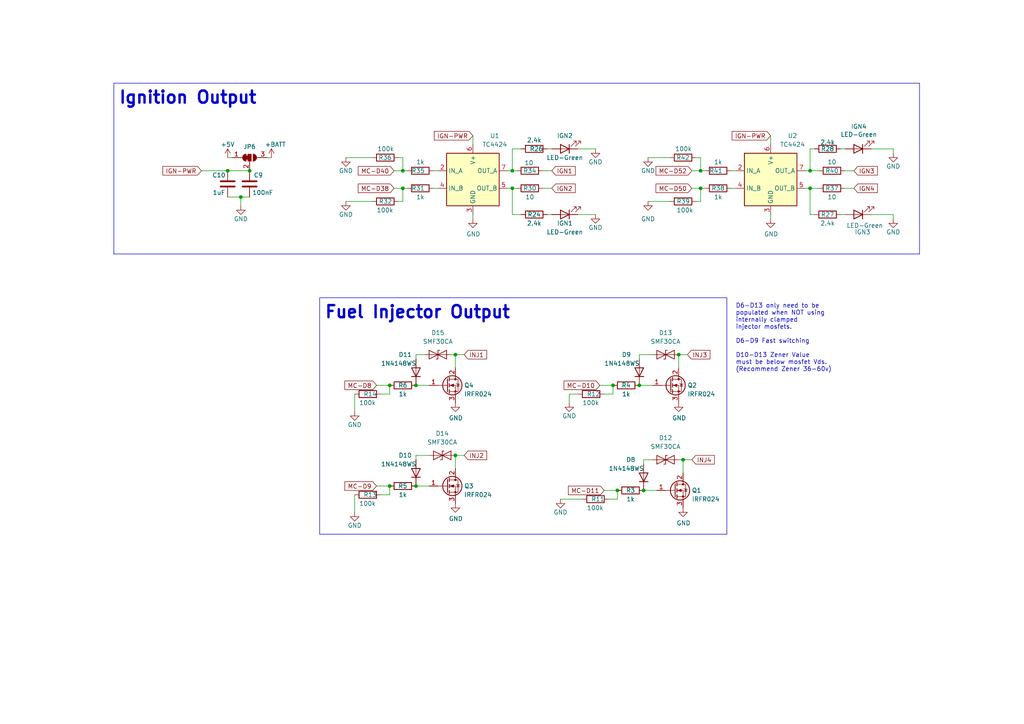
<source format=kicad_sch>
(kicad_sch (version 20231120) (generator "eeschema") (generator_version "8.0")
  (paper "A4")
  (title_block (title "Pre-Ignition X4") (date "2023-10-24") (rev "C") (company "DetonationEMS") (comment 1 "detonationems.com"))
  (lib_symbols
    (symbol "Detonation:SMAJ30CA" (pin_numbers hide) (pin_names (offset 1.016) hide)
      (property "Reference" "D19" (at 0 6.35 0))
      (property "Value" "SMF30CA" (at 0 3.81 0))
      (symbol "SMAJ30CA_0_1"
        (polyline (pts (xy 1.27 0) (xy -1.27 0)))
        (polyline (pts (xy -2.54 -1.27) (xy 0 0) (xy -2.54 1.27) (xy -2.54 -1.27)) (stroke (width 0.2032)))
        (polyline (pts (xy 0.508 1.27) (xy 0 1.27) (xy 0 -1.27) (xy -0.508 -1.27)) (stroke (width 0.2032)))
        (polyline (pts (xy 2.54 1.27) (xy 2.54 -1.27) (xy 0 0) (xy 2.54 1.27)) (stroke (width 0.2032)))
      )
      (symbol "SMAJ30CA_1_1"
        (pin passive line (at -3.81 0 0) (length 2.54) (name "A1") (number "1"))
        (pin passive line (at 3.81 0 180) (length 2.54) (name "A2") (number "2"))
      )
    )
    (symbol "Device:C" (pin_numbers hide) (pin_names (offset 0.254))
      (property "Reference" "C" (at 0.635 2.54 0))
      (property "Value" "C" (at 0.635 -2.54 0))
      (symbol "C_0_1"
        (polyline (pts (xy -2.032 -0.762) (xy 2.032 -0.762)) (stroke (width 0.508)))
        (polyline (pts (xy -2.032 0.762) (xy 2.032 0.762)) (stroke (width 0.508)))
      )
      (symbol "C_1_1"
        (pin passive line (at 0 3.81 270) (length 2.794) (name "~") (number "1"))
        (pin passive line (at 0 -3.81 90) (length 2.794) (name "~") (number "2"))
      )
    )
    (symbol "Device:LED" (pin_numbers hide) (pin_names (offset 1.016) hide)
      (property "Reference" "D" (at 0 2.54 0))
      (property "Value" "LED" (at 0 -2.54 0))
      (symbol "LED_0_1"
        (polyline (pts (xy -1.27 -1.27) (xy -1.27 1.27)) (stroke (width 0.254)))
        (polyline (pts (xy -1.27 0) (xy 1.27 0)))
        (polyline (pts (xy 1.27 -1.27) (xy 1.27 1.27) (xy -1.27 0) (xy 1.27 -1.27)) (stroke (width 0.254)))
        (polyline (pts (xy -3.048 -0.762) (xy -4.572 -2.286) (xy -3.81 -2.286) (xy -4.572 -2.286) (xy -4.572 -1.524)))
        (polyline (pts (xy -1.778 -0.762) (xy -3.302 -2.286) (xy -2.54 -2.286) (xy -3.302 -2.286) (xy -3.302 -1.524)))
      )
      (symbol "LED_1_1"
        (pin passive line (at -3.81 0 0) (length 2.54) (name "K") (number "1"))
        (pin passive line (at 3.81 0 180) (length 2.54) (name "A") (number "2"))
      )
    )
    (symbol "Device:R" (pin_numbers hide) (pin_names (offset 0))
      (property "Reference" "R" (at 2.032 0 90))
      (property "Value" "R" (at 0 0 90))
      (symbol "R_0_1"
        (rectangle (start -1.016 -2.54) (end 1.016 2.54) (stroke (width 0.254)))
      )
      (symbol "R_1_1"
        (pin passive line (at 0 3.81 270) (length 1.27) (name "~") (number "1"))
        (pin passive line (at 0 -3.81 90) (length 1.27) (name "~") (number "2"))
      )
    )
    (symbol "Diode:1N4148W" (pin_numbers hide) (pin_names (offset 1.016) hide)
      (property "Reference" "D" (at 0 2.54 0))
      (property "Value" "1N4148W" (at 0 -2.54 0))
      (symbol "1N4148W_0_1"
        (polyline (pts (xy -1.27 1.27) (xy -1.27 -1.27)) (stroke (width 0.254)))
        (polyline (pts (xy 1.27 0) (xy -1.27 0)))
        (polyline (pts (xy 1.27 1.27) (xy 1.27 -1.27) (xy -1.27 0) (xy 1.27 1.27)) (stroke (width 0.254)))
      )
      (symbol "1N4148W_1_1"
        (pin passive line (at -3.81 0 0) (length 2.54) (name "K") (number "1"))
        (pin passive line (at 3.81 0 180) (length 2.54) (name "A") (number "2"))
      )
    )
    (symbol "Driver_FET:MIC4427"
      (property "Reference" "U" (at -7.62 8.89 0))
      (property "Value" "MIC4427" (at 1.27 8.89 0))
      (symbol "MIC4427_0_1"
        (rectangle (start -7.62 -7.62) (end 7.62 7.62) (stroke (width 0.254)) (fill (type background)))
      )
      (symbol "MIC4427_1_1"
        (pin no_connect line (at -7.62 0 0) (length 2.54) hide (name "NC") (number "1"))
        (pin input line (at -10.16 2.54 0) (length 2.54) (name "IN_A") (number "2"))
        (pin power_in line (at 0 -10.16 90) (length 2.54) (name "GND") (number "3"))
        (pin input line (at -10.16 -2.54 0) (length 2.54) (name "IN_B") (number "4"))
        (pin output line (at 10.16 -2.54 180) (length 2.54) (name "OUT_B") (number "5"))
        (pin power_in line (at 0 10.16 270) (length 2.54) (name "V+") (number "6"))
        (pin output line (at 10.16 2.54 180) (length 2.54) (name "OUT_A") (number "7"))
        (pin no_connect line (at 7.62 0 180) (length 2.54) hide (name "NC") (number "8"))
      )
    )
    (symbol "Jumper:SolderJumper_3_Bridged12" (pin_names (offset 0) hide)
      (property "Reference" "JP" (at -2.54 -2.54 0))
      (property "Value" "SolderJumper_3_Bridged12" (at 0 2.794 0))
      (symbol "SolderJumper_3_Bridged12_0_1"
        (rectangle (start -1.016 0.508) (end -0.508 -0.508) (fill (type outline)))
        (arc (start -1.016 1.016) (mid -2.0276 0) (end -1.016 -1.016))
        (arc (start -1.016 1.016) (mid -2.0276 0) (end -1.016 -1.016) (fill (type outline)))
        (rectangle (start -0.508 1.016) (end 0.508 -1.016) (fill (type outline)))
        (polyline (pts (xy -2.54 0) (xy -2.032 0)))
        (polyline (pts (xy -1.016 1.016) (xy -1.016 -1.016)))
        (polyline (pts (xy 0 -1.27) (xy 0 -1.016)))
        (polyline (pts (xy 1.016 1.016) (xy 1.016 -1.016)))
        (polyline (pts (xy 2.54 0) (xy 2.032 0)))
        (arc (start 1.016 -1.016) (mid 2.0276 0) (end 1.016 1.016))
        (arc (start 1.016 -1.016) (mid 2.0276 0) (end 1.016 1.016) (fill (type outline)))
      )
      (symbol "SolderJumper_3_Bridged12_1_1"
        (pin passive line (at -5.08 0 0) (length 2.54) (name "A") (number "1"))
        (pin passive line (at 0 -3.81 90) (length 2.54) (name "C") (number "2"))
        (pin passive line (at 5.08 0 180) (length 2.54) (name "B") (number "3"))
      )
    )
    (symbol "Transistor_FET:IRF540N" (pin_names hide)
      (property "Reference" "Q" (at 6.35 1.905 0))
      (property "Value" "IRF540N" (at 6.35 0 0))
      (symbol "IRF540N_0_1"
        (polyline (pts (xy 0.254 0) (xy -2.54 0)))
        (polyline (pts (xy 0.254 1.905) (xy 0.254 -1.905)) (stroke (width 0.254)))
        (polyline (pts (xy 0.762 -1.27) (xy 0.762 -2.286)) (stroke (width 0.254)))
        (polyline (pts (xy 0.762 0.508) (xy 0.762 -0.508)) (stroke (width 0.254)))
        (polyline (pts (xy 0.762 2.286) (xy 0.762 1.27)) (stroke (width 0.254)))
        (polyline (pts (xy 2.54 2.54) (xy 2.54 1.778)))
        (polyline (pts (xy 2.54 -2.54) (xy 2.54 0) (xy 0.762 0)))
        (polyline (pts (xy 0.762 -1.778) (xy 3.302 -1.778) (xy 3.302 1.778) (xy 0.762 1.778)))
        (polyline (pts (xy 1.016 0) (xy 2.032 0.381) (xy 2.032 -0.381) (xy 1.016 0)) (fill (type outline)))
        (polyline (pts (xy 2.794 0.508) (xy 2.921 0.381) (xy 3.683 0.381) (xy 3.81 0.254)))
        (polyline (pts (xy 3.302 0.381) (xy 2.921 -0.254) (xy 3.683 -0.254) (xy 3.302 0.381)))
        (circle (center 1.651 0) (radius 2.794) (stroke (width 0.254)))
        (circle (center 2.54 -1.778) (radius 0.254) (fill (type outline)))
        (circle (center 2.54 1.778) (radius 0.254) (fill (type outline)))
      )
      (symbol "IRF540N_1_1"
        (pin input line (at -5.08 0 0) (length 2.54) (name "G") (number "1"))
        (pin passive line (at 2.54 5.08 270) (length 2.54) (name "D") (number "2"))
        (pin passive line (at 2.54 -5.08 90) (length 2.54) (name "S") (number "3"))
      )
    )
    (symbol "power:+5V" (power) (pin_names (offset 0))
      (property "Value" "+5V" (at 0 3.556 0))
      (symbol "+5V_0_1"
        (polyline (pts (xy -0.762 1.27) (xy 0 2.54)))
        (polyline (pts (xy 0 0) (xy 0 2.54)))
        (polyline (pts (xy 0 2.54) (xy 0.762 1.27)))
      )
      (symbol "+5V_1_1"
        (pin power_in line (at 0 0 90) (length 0) hide (name "+5V") (number "1"))
      )
    )
    (symbol "power:+BATT" (power) (pin_names (offset 0))
      (property "Value" "+BATT" (at 0 3.556 0))
      (symbol "+BATT_0_1"
        (polyline (pts (xy -0.762 1.27) (xy 0 2.54)))
        (polyline (pts (xy 0 0) (xy 0 2.54)))
        (polyline (pts (xy 0 2.54) (xy 0.762 1.27)))
      )
      (symbol "+BATT_1_1"
        (pin power_in line (at 0 0 90) (length 0) hide (name "+BATT") (number "1"))
      )
    )
    (symbol "power:GND" (power) (pin_names (offset 0))
      (property "Value" "GND" (at 0 -3.81 0))
      (symbol "GND_0_1"
        (polyline (pts (xy 0 0) (xy 0 -1.27) (xy 1.27 -1.27) (xy 0 -2.54) (xy -1.27 -1.27) (xy 0 -1.27)))
      )
      (symbol "GND_1_1"
        (pin power_in line (at 0 0 270) (length 0) hide (name "GND") (number "1"))
      )
    )
  )
  (junction (at 72.39 49.53))
  (junction (at 148.59 49.53))
  (junction (at 148.59 54.61))
  (junction (at 198.12 133.35))
  (junction (at 203.2 49.53))
  (junction (at 120.65 111.76))
  (junction (at 185.42 111.76))
  (junction (at 120.65 140.97))
  (junction (at 177.8 111.76))
  (junction (at 179.07 142.24))
  (junction (at 116.84 54.61))
  (junction (at 186.69 142.24))
  (junction (at 113.03 111.76))
  (junction (at 234.95 54.61))
  (junction (at 66.04 49.53))
  (junction (at 132.08 132.08))
  (junction (at 196.85 102.87))
  (junction (at 203.2 54.61))
  (junction (at 69.85 57.15))
  (junction (at 116.84 49.53))
  (junction (at 234.95 49.53))
  (junction (at 113.03 140.97))
  (junction (at 132.08 102.87))
  (wire (pts (xy 189.23 102.87) (xy 185.42 102.87)))
  (polyline (pts (xy 210.82 154.94) (xy 92.71 154.94)))
  (wire (pts (xy 114.3 54.61) (xy 116.84 54.61)))
  (wire (pts (xy 175.26 142.24) (xy 179.07 142.24)))
  (wire (pts (xy 66.04 49.53) (xy 72.39 49.53)))
  (wire (pts (xy 113.03 143.51) (xy 113.03 140.97)))
  (wire (pts (xy 200.66 54.61) (xy 203.2 54.61)))
  (wire (pts (xy 234.95 62.23) (xy 234.95 54.61)))
  (wire (pts (xy 148.59 49.53) (xy 149.86 49.53)))
  (wire (pts (xy 234.95 49.53) (xy 237.49 49.53)))
  (wire (pts (xy 200.66 133.35) (xy 198.12 133.35)))
  (wire (pts (xy 113.03 114.3) (xy 113.03 111.76)))
  (wire (pts (xy 148.59 54.61) (xy 148.59 62.23)))
  (wire (pts (xy 213.36 54.61) (xy 212.09 54.61)))
  (polyline (pts (xy 92.71 86.36) (xy 210.82 86.36)))
  (wire (pts (xy 165.1 116.84) (xy 165.1 114.3)))
  (wire (pts (xy 203.2 58.42) (xy 201.93 58.42)))
  (wire (pts (xy 259.08 63.5) (xy 259.08 62.23)))
  (polyline (pts (xy 210.82 86.36) (xy 210.82 154.94)))
  (wire (pts (xy 179.07 144.78) (xy 179.07 142.24)))
  (wire (pts (xy 203.2 54.61) (xy 203.2 58.42)))
  (wire (pts (xy 124.46 132.08) (xy 120.65 132.08)))
  (wire (pts (xy 110.49 143.51) (xy 113.03 143.51)))
  (wire (pts (xy 69.85 57.15) (xy 72.39 57.15)))
  (wire (pts (xy 176.53 144.78) (xy 179.07 144.78)))
  (wire (pts (xy 189.23 133.35) (xy 186.69 133.35)))
  (wire (pts (xy 185.42 102.87) (xy 185.42 104.14)))
  (wire (pts (xy 110.49 114.3) (xy 113.03 114.3)))
  (wire (pts (xy 177.8 114.3) (xy 177.8 111.76)))
  (wire (pts (xy 100.33 45.72) (xy 107.95 45.72)))
  (wire (pts (xy 120.65 102.87) (xy 123.19 102.87)))
  (wire (pts (xy 196.85 133.35) (xy 198.12 133.35)))
  (wire (pts (xy 203.2 49.53) (xy 204.47 49.53)))
  (wire (pts (xy 137.16 62.23) (xy 137.16 63.5)))
  (wire (pts (xy 109.22 111.76) (xy 113.03 111.76)))
  (wire (pts (xy 120.65 102.87) (xy 120.65 104.14)))
  (wire (pts (xy 132.08 132.08) (xy 132.08 135.89)))
  (wire (pts (xy 116.84 45.72) (xy 115.57 45.72)))
  (wire (pts (xy 116.84 45.72) (xy 116.84 49.53)))
  (wire (pts (xy 102.87 148.59) (xy 102.87 143.51)))
  (wire (pts (xy 245.11 49.53) (xy 247.65 49.53)))
  (wire (pts (xy 120.65 111.76) (xy 124.46 111.76)))
  (wire (pts (xy 127 54.61) (xy 125.73 54.61)))
  (wire (pts (xy 236.22 43.18) (xy 234.95 43.18)))
  (wire (pts (xy 157.48 49.53) (xy 160.02 49.53)))
  (wire (pts (xy 212.09 49.53) (xy 213.36 49.53)))
  (wire (pts (xy 198.12 133.35) (xy 198.12 137.16)))
  (wire (pts (xy 187.96 58.42) (xy 194.31 58.42)))
  (wire (pts (xy 116.84 54.61) (xy 118.11 54.61)))
  (wire (pts (xy 233.68 49.53) (xy 234.95 49.53)))
  (polyline (pts (xy 33.02 24.13) (xy 266.7 24.13)))
  (wire (pts (xy 130.81 102.87) (xy 132.08 102.87)))
  (wire (pts (xy 160.02 43.18) (xy 158.75 43.18)))
  (wire (pts (xy 233.68 54.61) (xy 234.95 54.61)))
  (wire (pts (xy 116.84 54.61) (xy 116.84 58.42)))
  (wire (pts (xy 78.74 45.72) (xy 77.47 45.72)))
  (wire (pts (xy 114.3 49.53) (xy 116.84 49.53)))
  (wire (pts (xy 167.64 43.18) (xy 172.72 43.18)))
  (wire (pts (xy 66.04 45.72) (xy 67.31 45.72)))
  (wire (pts (xy 167.64 62.23) (xy 172.72 62.23)))
  (wire (pts (xy 125.73 49.53) (xy 127 49.53)))
  (wire (pts (xy 120.65 132.08) (xy 120.65 133.35)))
  (wire (pts (xy 157.48 54.61) (xy 160.02 54.61)))
  (wire (pts (xy 134.62 102.87) (xy 132.08 102.87)))
  (wire (pts (xy 259.08 44.45) (xy 259.08 43.18)))
  (wire (pts (xy 186.69 142.24) (xy 190.5 142.24)))
  (wire (pts (xy 203.2 45.72) (xy 201.93 45.72)))
  (wire (pts (xy 147.32 49.53) (xy 148.59 49.53)))
  (wire (pts (xy 151.13 43.18) (xy 148.59 43.18)))
  (polyline (pts (xy 266.7 24.13) (xy 266.7 73.66)))
  (wire (pts (xy 132.08 102.87) (xy 132.08 106.68)))
  (wire (pts (xy 234.95 54.61) (xy 237.49 54.61)))
  (wire (pts (xy 199.39 102.87) (xy 196.85 102.87)))
  (wire (pts (xy 162.56 144.78) (xy 168.91 144.78)))
  (polyline (pts (xy 266.7 73.66) (xy 33.02 73.66)))
  (wire (pts (xy 203.2 54.61) (xy 204.47 54.61)))
  (wire (pts (xy 69.85 57.15) (xy 66.04 57.15)))
  (wire (pts (xy 234.95 43.18) (xy 234.95 49.53)))
  (wire (pts (xy 223.52 39.37) (xy 223.52 41.91)))
  (wire (pts (xy 58.42 49.53) (xy 66.04 49.53)))
  (wire (pts (xy 252.73 62.23) (xy 259.08 62.23)))
  (wire (pts (xy 245.11 62.23) (xy 243.84 62.23)))
  (wire (pts (xy 203.2 45.72) (xy 203.2 49.53)))
  (wire (pts (xy 223.52 62.23) (xy 223.52 63.5)))
  (wire (pts (xy 245.11 43.18) (xy 243.84 43.18)))
  (wire (pts (xy 120.65 140.97) (xy 124.46 140.97)))
  (wire (pts (xy 116.84 49.53) (xy 118.11 49.53)))
  (wire (pts (xy 69.85 59.69) (xy 69.85 57.15)))
  (wire (pts (xy 151.13 62.23) (xy 148.59 62.23)))
  (wire (pts (xy 160.02 62.23) (xy 158.75 62.23)))
  (wire (pts (xy 137.16 39.37) (xy 137.16 41.91)))
  (wire (pts (xy 100.33 58.42) (xy 107.95 58.42)))
  (wire (pts (xy 186.69 133.35) (xy 186.69 134.62)))
  (wire (pts (xy 236.22 62.23) (xy 234.95 62.23)))
  (wire (pts (xy 148.59 54.61) (xy 149.86 54.61)))
  (wire (pts (xy 185.42 111.76) (xy 189.23 111.76)))
  (wire (pts (xy 175.26 114.3) (xy 177.8 114.3)))
  (wire (pts (xy 245.11 54.61) (xy 247.65 54.61)))
  (polyline (pts (xy 92.71 154.94) (xy 92.71 86.36)))
  (wire (pts (xy 102.87 119.38) (xy 102.87 114.3)))
  (wire (pts (xy 187.96 45.72) (xy 194.31 45.72)))
  (wire (pts (xy 147.32 54.61) (xy 148.59 54.61)))
  (wire (pts (xy 109.22 140.97) (xy 113.03 140.97)))
  (wire (pts (xy 165.1 114.3) (xy 167.64 114.3)))
  (polyline (pts (xy 33.02 73.66) (xy 33.02 24.13)))
  (wire (pts (xy 134.62 132.08) (xy 132.08 132.08)))
  (wire (pts (xy 252.73 43.18) (xy 259.08 43.18)))
  (wire (pts (xy 148.59 43.18) (xy 148.59 49.53)))
  (wire (pts (xy 196.85 102.87) (xy 196.85 106.68)))
  (wire (pts (xy 200.66 49.53) (xy 203.2 49.53)))
  (wire (pts (xy 116.84 58.42) (xy 115.57 58.42)))
  (wire (pts (xy 173.99 111.76) (xy 177.8 111.76)))
  (text "Fuel Injector Output" (at 93.98 92.71 0) (effects (font (size 3.5 3.5) (thickness 0.7) (bold yes)) (justify left bottom)))
  (text "D6-D13 only need to be\npopulated when NOT using \ninternally clamped \ninjector mosfets.\n\nD6-D9 Fast switching\n\nD10-D13 Zener Value\nmust be below mosfet Vds.\n(Recommend Zener 36-60v)" (at 213.36 107.95 0) (effects (font (size 1.27 1.27)) (justify left bottom)))
  (text "Ignition Output" (at 34.29 30.48 0) (effects (font (size 3.5 3.5) (thickness 0.7) (bold yes)) (justify left bottom)))
  (global_label "INJ1" (shape input) (at 134.62 102.87 0) (property "Intersheetrefs" "${INTERSHEET_REFS}" (effects (hide yes))))
  (global_label "MC-D52" (shape input) (at 200.66 49.53 180) (property "Intersheetrefs" "${INTERSHEET_REFS}" (effects (hide yes))))
  (global_label "IGN4" (shape input) (at 247.65 54.61 0) (property "Intersheetrefs" "${INTERSHEET_REFS}" (effects (hide yes))))
  (global_label "MC-D50" (shape input) (at 200.66 54.61 180) (property "Intersheetrefs" "${INTERSHEET_REFS}" (effects (hide yes))))
  (global_label "IGN2" (shape input) (at 160.02 54.61 0) (property "Intersheetrefs" "${INTERSHEET_REFS}" (effects (hide yes))))
  (global_label "MC-D10" (shape input) (at 173.99 111.76 180) (property "Intersheetrefs" "${INTERSHEET_REFS}" (effects (hide yes))))
  (global_label "INJ2" (shape input) (at 134.62 132.08 0) (property "Intersheetrefs" "${INTERSHEET_REFS}" (effects (hide yes))))
  (global_label "MC-D40" (shape input) (at 114.3 49.53 180) (property "Intersheetrefs" "${INTERSHEET_REFS}" (effects (hide yes))))
  (global_label "IGN3" (shape input) (at 247.65 49.53 0) (property "Intersheetrefs" "${INTERSHEET_REFS}" (effects (hide yes))))
  (global_label "INJ4" (shape input) (at 200.66 133.35 0) (property "Intersheetrefs" "${INTERSHEET_REFS}" (effects (hide yes))))
  (global_label "IGN-PWR" (shape input) (at 223.52 39.37 180) (property "Intersheetrefs" "${INTERSHEET_REFS}" (effects (hide yes))))
  (global_label "IGN1" (shape input) (at 160.02 49.53 0) (property "Intersheetrefs" "${INTERSHEET_REFS}" (effects (hide yes))))
  (global_label "IGN-PWR" (shape input) (at 58.42 49.53 180) (property "Intersheetrefs" "${INTERSHEET_REFS}" (effects (hide yes))))
  (global_label "INJ3" (shape input) (at 199.39 102.87 0) (property "Intersheetrefs" "${INTERSHEET_REFS}" (effects (hide yes))))
  (global_label "MC-D9" (shape input) (at 109.22 140.97 180) (property "Intersheetrefs" "${INTERSHEET_REFS}" (effects (hide yes))))
  (global_label "IGN-PWR" (shape input) (at 137.16 39.37 180) (property "Intersheetrefs" "${INTERSHEET_REFS}" (effects (hide yes))))
  (global_label "MC-D8" (shape input) (at 109.22 111.76 180) (property "Intersheetrefs" "${INTERSHEET_REFS}" (effects (hide yes))))
  (global_label "MC-D38" (shape input) (at 114.3 54.61 180) (property "Intersheetrefs" "${INTERSHEET_REFS}" (effects (hide yes))))
  (global_label "MC-D11" (shape input) (at 175.26 142.24 180) (property "Intersheetrefs" "${INTERSHEET_REFS}" (effects (hide yes))))
  (symbol (lib_id "Device:C") (at 66.04 53.34 0) (mirror y) (unit 1)
    (property "Reference" "C10" (at 63.5 50.8 0))
    (property "Value" "1uF" (at 63.5 55.88 0))
    (property "Footprint" "Capacitor_SMD:C_0603_1608Metric" (effects (hide yes)))
    (property "JLC" "C15849" (effects (hide yes)))
    (property "LCSC" "C15849" (effects (hide yes)))
  )
  (symbol (lib_id "Device:C") (at 72.39 53.34 0) (mirror y) (unit 1)
    (property "Reference" "C9" (at 74.93 50.8 0))
    (property "Value" "100nF" (at 76.2 55.88 0))
    (property "Footprint" "Capacitor_SMD:C_0603_1608Metric" (effects (hide yes)))
    (property "JLC" "C14663" (effects (hide yes)))
    (property "LCSC" "C14663" (effects (hide yes)))
  )
  (symbol (lib_id "power:GND") (at 69.85 59.69 0) (mirror y) (unit 1)
    (property "Reference" "#PWR06" (effects (hide yes)))
    (property "Value" "GND" (at 69.85 63.5 0))
  )
  (symbol (lib_id "Driver_FET:MIC4427") (at 137.16 52.07 0) (unit 1)
    (property "Reference" "U1" (at 143.51 39.37 0))
    (property "Value" "TC4424" (at 143.51 41.91 0))
    (property "Footprint" "Package_SO:SOIC-8_3.9x4.9mm_P1.27mm" (effects (hide yes)))
    (property "Datasheet" "http://ww1.microchip.com/downloads/en/DeviceDoc/mic4426.pdf" (effects (hide yes)))
    (property "LCSC" "C2685358" (effects (hide yes)))
  )
  (symbol (lib_id "power:GND") (at 137.16 63.5 0) (unit 1)
    (property "Reference" "#PWR07" (effects (hide yes)))
    (property "Value" "GND" (at 137.287 67.8942 0))
  )
  (symbol (lib_id "Device:R") (at 121.92 49.53 270) (unit 1)
    (property "Reference" "R35" (at 121.285 49.53 90))
    (property "Value" "1k" (at 121.92 46.99 90))
    (property "Footprint" "Resistor_SMD:R_0603_1608Metric" (effects (hide yes)))
    (property "JLC" "C21190" (effects (hide yes)))
    (property "LCSC" "C21190" (effects (hide yes)))
  )
  (symbol (lib_id "Device:R") (at 121.92 54.61 270) (unit 1)
    (property "Reference" "R31" (at 121.285 54.61 90))
    (property "Value" "1k" (at 121.92 57.15 90))
    (property "Footprint" "Resistor_SMD:R_0603_1608Metric" (effects (hide yes)))
    (property "JLC" "C21190" (effects (hide yes)))
    (property "LCSC" "C21190" (effects (hide yes)))
  )
  (symbol (lib_id "Device:R") (at 111.76 45.72 270) (unit 1)
    (property "Reference" "R36" (at 113.665 45.72 90) (effects (justify right)))
    (property "Value" "100k" (at 114.3 43.18 90) (effects (justify right)))
    (property "Footprint" "Resistor_SMD:R_0603_1608Metric" (effects (hide yes)))
    (property "JLC" "C25803" (effects (hide yes)))
    (property "LCSC" "C25803" (effects (hide yes)))
  )
  (symbol (lib_id "Device:R") (at 111.76 58.42 90) (unit 1)
    (property "Reference" "R32" (at 109.855 58.42 90) (effects (justify right)))
    (property "Value" "100k" (at 109.22 60.96 90) (effects (justify right)))
    (property "Footprint" "Resistor_SMD:R_0603_1608Metric" (effects (hide yes)))
    (property "JLC" "C25803" (effects (hide yes)))
    (property "LCSC" "C25803" (effects (hide yes)))
  )
  (symbol (lib_id "power:GND") (at 100.33 58.42 0) (unit 1)
    (property "Reference" "#PWR05" (effects (hide yes)))
    (property "Value" "GND" (at 100.33 62.23 0))
  )
  (symbol (lib_id "Driver_FET:MIC4427") (at 223.52 52.07 0) (unit 1)
    (property "Reference" "U2" (at 229.87 39.37 0))
    (property "Value" "TC4424" (at 229.87 41.91 0))
    (property "Footprint" "Package_SO:SOIC-8_3.9x4.9mm_P1.27mm" (effects (hide yes)))
    (property "Datasheet" "http://ww1.microchip.com/downloads/en/DeviceDoc/mic4426.pdf" (effects (hide yes)))
    (property "LCSC" "C2685358" (effects (hide yes)))
  )
  (symbol (lib_id "Device:R") (at 241.3 49.53 270) (unit 1)
    (property "Reference" "R40" (at 241.3 49.53 90))
    (property "Value" "10" (at 241.3 46.99 90))
    (property "Footprint" "Resistor_SMD:R_1206_3216Metric" (effects (hide yes)))
    (property "JLC" "C17561" (effects (hide yes)))
    (property "LCSC" "C17903" (effects (hide yes)))
  )
  (symbol (lib_id "Device:R") (at 241.3 54.61 270) (unit 1)
    (property "Reference" "R37" (at 241.3 54.61 90))
    (property "Value" "10" (at 241.3 57.15 90))
    (property "Footprint" "Resistor_SMD:R_1206_3216Metric" (effects (hide yes)))
    (property "JLC" "C17561" (effects (hide yes)))
    (property "LCSC" "C17903" (effects (hide yes)))
  )
  (symbol (lib_id "power:GND") (at 223.52 63.5 0) (unit 1)
    (property "Reference" "#PWR014" (effects (hide yes)))
    (property "Value" "GND" (at 223.647 67.8942 0))
  )
  (symbol (lib_id "Device:R") (at 208.28 49.53 270) (unit 1)
    (property "Reference" "R41" (at 207.645 49.53 90))
    (property "Value" "1k" (at 208.28 46.99 90))
    (property "Footprint" "Resistor_SMD:R_0603_1608Metric" (effects (hide yes)))
    (property "JLC" "C21190" (effects (hide yes)))
    (property "LCSC" "C21190" (effects (hide yes)))
  )
  (symbol (lib_id "Device:R") (at 208.28 54.61 270) (unit 1)
    (property "Reference" "R38" (at 208.28 54.61 90))
    (property "Value" "1k" (at 208.28 57.15 90))
    (property "Footprint" "Resistor_SMD:R_0603_1608Metric" (effects (hide yes)))
    (property "JLC" "C21190" (effects (hide yes)))
    (property "LCSC" "C21190" (effects (hide yes)))
  )
  (symbol (lib_id "Device:R") (at 198.12 45.72 270) (unit 1)
    (property "Reference" "R42" (at 200.025 45.72 90) (effects (justify right)))
    (property "Value" "100k" (at 200.66 43.18 90) (effects (justify right)))
    (property "Footprint" "Resistor_SMD:R_0603_1608Metric" (effects (hide yes)))
    (property "JLC" "C25803" (effects (hide yes)))
    (property "LCSC" "C25803" (effects (hide yes)))
  )
  (symbol (lib_id "Device:R") (at 198.12 58.42 90) (unit 1)
    (property "Reference" "R39" (at 196.215 58.42 90) (effects (justify right)))
    (property "Value" "100k" (at 196.215 60.96 90) (effects (justify right)))
    (property "Footprint" "Resistor_SMD:R_0603_1608Metric" (effects (hide yes)))
    (property "JLC" "C25803" (effects (hide yes)))
    (property "LCSC" "C25803" (effects (hide yes)))
  )
  (symbol (lib_id "power:GND") (at 187.96 58.42 0) (unit 1)
    (property "Reference" "#PWR012" (effects (hide yes)))
    (property "Value" "GND" (at 187.96 63.5 0))
  )
  (symbol (lib_id "power:+BATT") (at 78.74 45.72 0) (unit 1)
    (property "Reference" "#PWR010" (effects (hide yes)))
    (property "Value" "+BATT" (at 76.835 41.91 0) (effects (justify left)))
  )
  (symbol (lib_id "Device:R") (at 240.03 43.18 90) (unit 1)
    (property "Reference" "R28" (at 240.03 43.18 90))
    (property "Value" "2.4k" (at 240.03 41.275 90))
    (property "Footprint" "Resistor_SMD:R_0603_1608Metric" (effects (hide yes)))
    (property "JLC" "C22940" (effects (hide yes)))
    (property "LCSC" "C22940" (effects (hide yes)))
  )
  (symbol (lib_id "Device:R") (at 240.03 62.23 270) (unit 1)
    (property "Reference" "R27" (at 240.03 62.23 90))
    (property "Value" "2.4k" (at 240.03 64.77 90))
    (property "Footprint" "Resistor_SMD:R_0603_1608Metric" (effects (hide yes)))
    (property "JLC" "C22940" (effects (hide yes)))
    (property "LCSC" "C22940" (effects (hide yes)))
  )
  (symbol (lib_id "Device:LED") (at 248.92 43.18 180) (unit 1)
    (property "Reference" "IGN4" (at 249.0978 36.703 0))
    (property "Value" "LED-Green" (at 249.0978 39.0144 0))
    (property "Footprint" "LED_SMD:LED_0603_1608Metric" (effects (hide yes)))
    (property "JLC" "C2286" (effects (hide yes)))
    (property "LCSC" "C72043" (effects (hide yes)))
  )
  (symbol (lib_id "Device:LED") (at 248.92 62.23 180) (unit 1)
    (property "Reference" "IGN3" (at 250.19 67.31 0))
    (property "Value" "LED-Green" (at 250.825 65.405 0))
    (property "Footprint" "LED_SMD:LED_0603_1608Metric" (effects (hide yes)))
    (property "JLC" "C2286" (effects (hide yes)))
    (property "LCSC" "C72043" (effects (hide yes)))
  )
  (symbol (lib_id "power:GND") (at 259.08 63.5 0) (unit 1)
    (property "Reference" "#PWR016" (effects (hide yes)))
    (property "Value" "GND" (at 259.08 67.31 0))
  )
  (symbol (lib_id "Device:R") (at 153.67 54.61 270) (unit 1)
    (property "Reference" "R30" (at 153.67 54.61 90))
    (property "Value" "10" (at 153.67 57.15 90))
    (property "Footprint" "Resistor_SMD:R_1206_3216Metric" (effects (hide yes)))
    (property "JLC" "C17561" (effects (hide yes)))
    (property "LCSC" "C17903" (effects (hide yes)))
  )
  (symbol (lib_id "Device:R") (at 153.67 49.53 270) (unit 1)
    (property "Reference" "R34" (at 153.67 49.53 90))
    (property "Value" "10" (at 153.416 47.244 90))
    (property "Footprint" "Resistor_SMD:R_1206_3216Metric" (effects (hide yes)))
    (property "JLC" "C17561" (effects (hide yes)))
    (property "LCSC" "C17903" (effects (hide yes)))
  )
  (symbol (lib_id "Device:R") (at 154.94 43.18 90) (unit 1)
    (property "Reference" "R26" (at 155.575 43.18 90))
    (property "Value" "2.4k" (at 154.94 40.64 90))
    (property "Footprint" "Resistor_SMD:R_0603_1608Metric" (effects (hide yes)))
    (property "LCSC" "C22940" (effects (hide yes)))
  )
  (symbol (lib_id "Device:R") (at 154.94 62.23 270) (unit 1)
    (property "Reference" "R24" (at 154.94 62.23 90))
    (property "Value" "2.4k" (at 154.94 64.77 90))
    (property "Footprint" "Resistor_SMD:R_0603_1608Metric" (effects (hide yes)))
    (property "JLC" "C22940" (effects (hide yes)))
    (property "LCSC" "C22940" (effects (hide yes)))
  )
  (symbol (lib_id "Device:LED") (at 163.83 43.18 180) (unit 1)
    (property "Reference" "IGN2" (at 163.83 39.37 0))
    (property "Value" "LED-Green" (at 163.83 45.72 0))
    (property "Footprint" "LED_SMD:LED_0603_1608Metric" (effects (hide yes)))
    (property "JLC" "C2286" (effects (hide yes)))
    (property "LCSC" "C72043" (effects (hide yes)))
  )
  (symbol (lib_id "Device:LED") (at 163.83 62.23 180) (unit 1)
    (property "Reference" "IGN1" (at 163.83 64.77 0))
    (property "Value" "LED-Green" (at 163.83 67.31 0))
    (property "Footprint" "LED_SMD:LED_0603_1608Metric" (effects (hide yes)))
    (property "JLC" "C2286" (effects (hide yes)))
    (property "LCSC" "C72043" (effects (hide yes)))
  )
  (symbol (lib_id "power:GND") (at 172.72 62.23 0) (unit 1)
    (property "Reference" "#PWR09" (effects (hide yes)))
    (property "Value" "GND" (at 172.72 66.04 0))
  )
  (symbol (lib_id "Transistor_FET:IRF540N") (at 129.54 111.76 0) (unit 1)
    (property "Reference" "Q4" (at 134.62 111.76 0) (effects (justify left)))
    (property "Value" "IRFR024" (at 134.62 114.3 0) (effects (justify left)))
    (property "Footprint" "Package_TO_SOT_SMD:TO-252-2" (effects (hide yes)))
    (property "LCSC" "C2583" (effects (hide yes)))
  )
  (symbol (lib_id "power:GND") (at 102.87 119.38 0) (unit 1)
    (property "Reference" "#PWR0162" (effects (hide yes)))
    (property "Value" "GND" (at 102.87 123.19 0))
  )
  (symbol (lib_id "Device:R") (at 106.68 114.3 90) (unit 1)
    (property "Reference" "R14" (at 105.41 114.3 90) (effects (justify right)))
    (property "Value" "100k" (at 104.14 116.84 90) (effects (justify right)))
    (property "Footprint" "Resistor_SMD:R_0603_1608Metric" (effects (hide yes)))
    (property "JLC" "C25803" (effects (hide yes)))
    (property "LCSC" "C25803" (effects (hide yes)))
  )
  (symbol (lib_id "Device:R") (at 116.84 111.76 270) (unit 1)
    (property "Reference" "R6" (at 116.84 111.76 90))
    (property "Value" "1k" (at 116.84 114.3 90))
    (property "Footprint" "Resistor_SMD:R_0603_1608Metric" (effects (hide yes)))
    (property "JLC" "C21190" (effects (hide yes)))
    (property "LCSC" "C21190" (effects (hide yes)))
  )
  (symbol (lib_id "power:GND") (at 132.08 116.84 0) (unit 1)
    (property "Reference" "#PWR0168" (effects (hide yes)))
    (property "Value" "GND" (at 132.207 121.2342 0))
  )
  (symbol (lib_id "Diode:1N4148W") (at 120.65 107.95 90) (unit 1)
    (property "Reference" "D11" (at 115.57 102.87 90) (effects (justify right)))
    (property "Value" "1N4148WS" (at 110.49 105.41 90) (effects (justify right)))
    (property "Footprint" "Diode_SMD:D_SOD-323F" (effects (hide yes)))
    (property "Datasheet" "https://www.vishay.com/docs/85748/1n4148w.pdf" (effects (hide yes)))
    (property "LCSC" "C2128" (effects (hide yes)))
  )
  (symbol (lib_id "Transistor_FET:IRF540N") (at 194.31 111.76 0) (unit 1)
    (property "Reference" "Q2" (at 199.39 111.76 0) (effects (justify left)))
    (property "Value" "IRFR024" (at 199.39 114.3 0) (effects (justify left)))
    (property "Footprint" "Package_TO_SOT_SMD:TO-252-2" (effects (hide yes)))
    (property "LCSC" "C2583" (effects (hide yes)))
  )
  (symbol (lib_id "power:GND") (at 165.1 116.84 0) (unit 1)
    (property "Reference" "#PWR0172" (effects (hide yes)))
    (property "Value" "GND" (at 165.1 120.65 0))
  )
  (symbol (lib_id "Device:R") (at 171.45 114.3 90) (unit 1)
    (property "Reference" "R12" (at 170.18 114.3 90) (effects (justify right)))
    (property "Value" "100k" (at 168.91 116.84 90) (effects (justify right)))
    (property "Footprint" "Resistor_SMD:R_0603_1608Metric" (effects (hide yes)))
    (property "JLC" "C25803" (effects (hide yes)))
    (property "LCSC" "C25803" (effects (hide yes)))
  )
  (symbol (lib_id "Device:R") (at 181.61 111.76 270) (unit 1)
    (property "Reference" "R4" (at 181.61 111.76 90))
    (property "Value" "1k" (at 181.61 114.3 90))
    (property "Footprint" "Resistor_SMD:R_0603_1608Metric" (effects (hide yes)))
    (property "JLC" "C21190" (effects (hide yes)))
    (property "LCSC" "C21190" (effects (hide yes)))
  )
  (symbol (lib_id "power:GND") (at 196.85 116.84 0) (unit 1)
    (property "Reference" "#PWR0173" (effects (hide yes)))
    (property "Value" "GND" (at 196.977 121.2342 0))
  )
  (symbol (lib_id "Diode:1N4148W") (at 185.42 107.95 90) (unit 1)
    (property "Reference" "D9" (at 180.34 102.87 90) (effects (justify right)))
    (property "Value" "1N4148WS" (at 175.26 105.41 90) (effects (justify right)))
    (property "Footprint" "Diode_SMD:D_SOD-323F" (effects (hide yes)))
    (property "Datasheet" "https://www.vishay.com/docs/85748/1n4148w.pdf" (effects (hide yes)))
    (property "LCSC" "C2128" (effects (hide yes)))
  )
  (symbol (lib_id "Transistor_FET:IRF540N") (at 195.58 142.24 0) (unit 1)
    (property "Reference" "Q1" (at 200.66 142.24 0) (effects (justify left)))
    (property "Value" "IRFR024" (at 200.66 144.78 0) (effects (justify left)))
    (property "Footprint" "Package_TO_SOT_SMD:TO-252-2" (effects (hide yes)))
    (property "LCSC" "C2583" (effects (hide yes)))
  )
  (symbol (lib_id "power:GND") (at 162.56 144.78 0) (unit 1)
    (property "Reference" "#PWR0174" (effects (hide yes)))
    (property "Value" "GND" (at 162.56 148.59 0))
  )
  (symbol (lib_id "Device:R") (at 172.72 144.78 90) (unit 1)
    (property "Reference" "R11" (at 171.45 144.78 90) (effects (justify right)))
    (property "Value" "100k" (at 170.18 147.32 90) (effects (justify right)))
    (property "Footprint" "Resistor_SMD:R_0603_1608Metric" (effects (hide yes)))
    (property "JLC" "C25803" (effects (hide yes)))
    (property "LCSC" "C25803" (effects (hide yes)))
  )
  (symbol (lib_id "Device:R") (at 182.88 142.24 270) (unit 1)
    (property "Reference" "R3" (at 182.88 142.24 90))
    (property "Value" "1k" (at 182.88 144.78 90))
    (property "Footprint" "Resistor_SMD:R_0603_1608Metric" (effects (hide yes)))
    (property "JLC" "C21190" (effects (hide yes)))
    (property "LCSC" "C21190" (effects (hide yes)))
  )
  (symbol (lib_id "power:GND") (at 198.12 147.32 0) (unit 1)
    (property "Reference" "#PWR0175" (effects (hide yes)))
    (property "Value" "GND" (at 198.247 151.7142 0))
  )
  (symbol (lib_id "Diode:1N4148W") (at 186.69 138.43 90) (unit 1)
    (property "Reference" "D8" (at 181.61 133.35 90) (effects (justify right)))
    (property "Value" "1N4148WS" (at 176.53 135.89 90) (effects (justify right)))
    (property "Footprint" "Diode_SMD:D_SOD-323F" (effects (hide yes)))
    (property "Datasheet" "https://www.vishay.com/docs/85748/1n4148w.pdf" (effects (hide yes)))
    (property "LCSC" "C2128" (effects (hide yes)))
  )
  (symbol (lib_id "Transistor_FET:IRF540N") (at 129.54 140.97 0) (unit 1)
    (property "Reference" "Q3" (at 134.62 140.97 0) (effects (justify left)))
    (property "Value" "IRFR024" (at 134.62 143.51 0) (effects (justify left)))
    (property "Footprint" "Package_TO_SOT_SMD:TO-252-2" (effects (hide yes)))
    (property "LCSC" "C2583" (effects (hide yes)))
  )
  (symbol (lib_id "power:GND") (at 102.87 148.59 0) (unit 1)
    (property "Reference" "#PWR0176" (effects (hide yes)))
    (property "Value" "GND" (at 102.87 152.4 0))
  )
  (symbol (lib_id "Device:R") (at 106.68 143.51 90) (unit 1)
    (property "Reference" "R13" (at 105.41 143.51 90) (effects (justify right)))
    (property "Value" "100k" (at 104.14 146.05 90) (effects (justify right)))
    (property "Footprint" "Resistor_SMD:R_0603_1608Metric" (effects (hide yes)))
    (property "JLC" "C25803" (effects (hide yes)))
    (property "LCSC" "C25803" (effects (hide yes)))
  )
  (symbol (lib_id "Device:R") (at 116.84 140.97 270) (unit 1)
    (property "Reference" "R5" (at 116.84 140.97 90))
    (property "Value" "1k" (at 116.84 143.51 90))
    (property "Footprint" "Resistor_SMD:R_0603_1608Metric" (effects (hide yes)))
    (property "JLC" "C21190" (effects (hide yes)))
    (property "LCSC" "C21190" (effects (hide yes)))
  )
  (symbol (lib_id "power:GND") (at 132.08 146.05 0) (unit 1)
    (property "Reference" "#PWR0177" (effects (hide yes)))
    (property "Value" "GND" (at 132.207 150.4442 0))
  )
  (symbol (lib_id "Diode:1N4148W") (at 120.65 137.16 90) (unit 1)
    (property "Reference" "D10" (at 115.57 132.08 90) (effects (justify right)))
    (property "Value" "1N4148WS" (at 110.49 134.62 90) (effects (justify right)))
    (property "Footprint" "Diode_SMD:D_SOD-323F" (effects (hide yes)))
    (property "Datasheet" "https://www.vishay.com/docs/85748/1n4148w.pdf" (effects (hide yes)))
    (property "LCSC" "C2128" (effects (hide yes)))
  )
  (symbol (lib_id "Detonation:SMAJ30CA") (at 127 102.87 180) (unit 1)
    (property "Reference" "D15" (at 127 96.52 0))
    (property "Value" "SMF30CA" (at 127 99.06 0))
    (property "Footprint" "Diode_SMD:D_SOD-123F" (effects (hide yes)))
    (property "Datasheet" "SMF30CA" (effects (hide yes)))
  )
  (symbol (lib_id "Detonation:SMAJ30CA") (at 193.04 102.87 180) (unit 1)
    (property "Reference" "D13" (at 193.04 96.52 0))
    (property "Value" "SMF30CA" (at 193.04 99.06 0))
    (property "Footprint" "Diode_SMD:D_SOD-123F" (effects (hide yes)))
    (property "Datasheet" "SMF30CA" (effects (hide yes)))
  )
  (symbol (lib_id "power:GND") (at 100.33 45.72 0) (unit 1)
    (property "Reference" "#PWR046" (effects (hide yes)))
    (property "Value" "GND" (at 100.33 49.53 0))
  )
  (symbol (lib_id "Detonation:SMAJ30CA") (at 193.04 133.35 180) (unit 1)
    (property "Reference" "D12" (at 193.04 127 0))
    (property "Value" "SMF30CA" (at 193.04 129.54 0))
    (property "Footprint" "Diode_SMD:D_SOD-123F" (effects (hide yes)))
    (property "Datasheet" "SMF30CA" (effects (hide yes)))
  )
  (symbol (lib_id "Detonation:SMAJ30CA") (at 128.27 132.08 180) (unit 1)
    (property "Reference" "D14" (at 128.27 125.73 0))
    (property "Value" "SMF30CA" (at 128.27 128.27 0))
    (property "Footprint" "Diode_SMD:D_SOD-123F" (effects (hide yes)))
    (property "Datasheet" "SMF30CA" (effects (hide yes)))
  )
  (symbol (lib_id "power:GND") (at 259.08 44.45 0) (unit 1)
    (property "Reference" "#PWR047" (effects (hide yes)))
    (property "Value" "GND" (at 259.08 48.26 0))
  )
  (symbol (lib_id "power:GND") (at 172.72 43.18 0) (unit 1)
    (property "Reference" "#PWR044" (effects (hide yes)))
    (property "Value" "GND" (at 172.72 46.99 0))
  )
  (symbol (lib_id "power:+5V") (at 66.04 45.72 0) (unit 1)
    (property "Reference" "#PWR021" (effects (hide yes)))
    (property "Value" "+5V" (at 66.04 41.91 0))
  )
  (symbol (lib_id "Jumper:SolderJumper_3_Bridged12") (at 72.39 45.72 0) (unit 1)
    (property "Reference" "JP6" (at 72.39 42.545 0))
    (property "Value" "SolderJumper_3_Bridged12" (effects (hide yes)))
    (property "Footprint" "Detonation:SolderJumper-3_P1.3mm_Bridged12_RoundedPad1.0x1.5mm_NumberLabels" (effects (hide yes)))
  )
  (symbol (lib_id "power:GND") (at 187.96 45.72 0) (unit 1)
    (property "Reference" "#PWR045" (effects (hide yes)))
    (property "Value" "GND" (at 187.96 49.53 0))
  )
)
</source>
